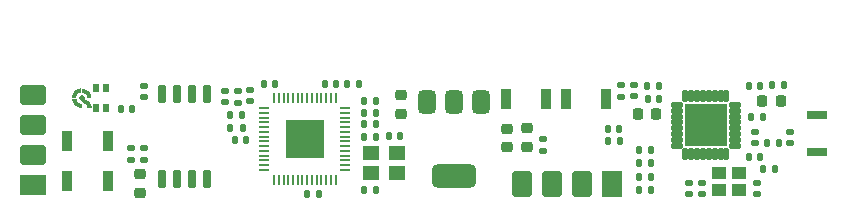
<source format=gbr>
%TF.GenerationSoftware,KiCad,Pcbnew,8.0.4*%
%TF.CreationDate,2024-09-10T00:37:34+02:00*%
%TF.ProjectId,ESP32_PICO_LED,45535033-325f-4504-9943-4f5f4c45442e,rev?*%
%TF.SameCoordinates,Original*%
%TF.FileFunction,Soldermask,Top*%
%TF.FilePolarity,Negative*%
%FSLAX46Y46*%
G04 Gerber Fmt 4.6, Leading zero omitted, Abs format (unit mm)*
G04 Created by KiCad (PCBNEW 8.0.4) date 2024-09-10 00:37:34*
%MOMM*%
%LPD*%
G01*
G04 APERTURE LIST*
G04 Aperture macros list*
%AMRoundRect*
0 Rectangle with rounded corners*
0 $1 Rounding radius*
0 $2 $3 $4 $5 $6 $7 $8 $9 X,Y pos of 4 corners*
0 Add a 4 corners polygon primitive as box body*
4,1,4,$2,$3,$4,$5,$6,$7,$8,$9,$2,$3,0*
0 Add four circle primitives for the rounded corners*
1,1,$1+$1,$2,$3*
1,1,$1+$1,$4,$5*
1,1,$1+$1,$6,$7*
1,1,$1+$1,$8,$9*
0 Add four rect primitives between the rounded corners*
20,1,$1+$1,$2,$3,$4,$5,0*
20,1,$1+$1,$4,$5,$6,$7,0*
20,1,$1+$1,$6,$7,$8,$9,0*
20,1,$1+$1,$8,$9,$2,$3,0*%
%AMFreePoly0*
4,1,48,0.445355,0.365355,0.460000,0.330000,0.460000,0.080000,0.445355,0.044645,0.425811,0.032566,0.395811,0.022566,0.388220,0.020680,0.330185,0.011007,0.297451,0.002824,0.262361,-0.014721,0.206394,-0.042704,0.172840,-0.067870,0.145355,-0.095355,0.100090,-0.140619,0.065404,-0.201320,0.038048,-0.274269,0.018809,-0.360847,-0.003156,-0.392183,-0.030000,-0.400000,-0.280000,-0.400000,
-0.315355,-0.385355,-0.330000,-0.350000,-0.329320,-0.341780,-0.299320,-0.161780,-0.296816,-0.152444,-0.266816,-0.072444,-0.264721,-0.067639,-0.244721,-0.027639,-0.240000,-0.020000,-0.210837,0.018884,-0.151603,0.107735,-0.145355,0.115355,-0.065355,0.195355,-0.061235,0.199043,-0.011235,0.239043,-0.005725,0.242875,0.044275,0.272875,0.047639,0.274721,0.127639,0.314721,0.130304,0.315957,
0.200304,0.345957,0.204189,0.347434,0.264189,0.367434,0.271780,0.369320,0.331780,0.379320,0.340000,0.380000,0.410000,0.380000,0.445355,0.365355,0.445355,0.365355,$1*%
%AMFreePoly1*
4,1,46,-0.054645,0.445355,-0.042566,0.425811,-0.032566,0.395811,-0.030680,0.388220,-0.021007,0.330185,-0.012824,0.297451,0.004721,0.262361,0.032704,0.206394,0.057870,0.172840,0.085355,0.145355,0.130619,0.100090,0.191320,0.065404,0.264269,0.038048,0.350847,0.018809,0.382183,-0.003156,0.390000,-0.030000,0.390000,-0.280000,0.375355,-0.315355,0.340000,-0.330000,0.331780,-0.329320,
0.151780,-0.299320,0.140304,-0.295957,0.070885,-0.266206,0.021430,-0.246424,0.010000,-0.240000,-0.028884,-0.210837,-0.117735,-0.151603,-0.125355,-0.145355,-0.205355,-0.065355,-0.209043,-0.061235,-0.249043,-0.011235,-0.252875,-0.005725,-0.282875,0.044275,-0.284721,0.047639,-0.324721,0.127639,-0.325957,0.130304,-0.355957,0.200304,-0.359320,0.211780,-0.368675,0.267914,-0.387434,0.324189,
-0.390000,0.340000,-0.390000,0.410000,-0.375355,0.445355,-0.340000,0.460000,-0.090000,0.460000,-0.054645,0.445355,-0.054645,0.445355,$1*%
%AMFreePoly2*
4,1,49,-0.331780,0.329320,-0.212320,0.309410,-0.142929,0.299497,-0.130304,0.295957,-0.060304,0.265957,-0.057639,0.264721,-0.017639,0.244721,-0.010000,0.240000,0.028884,0.210837,0.117735,0.151603,0.125355,0.145355,0.205355,0.065355,0.209043,0.061235,0.249043,0.011235,0.252875,0.005725,0.281550,-0.042066,0.310000,-0.080000,0.318507,-0.097873,0.327535,-0.133987,0.355957,-0.200304,
0.357434,-0.204189,0.377434,-0.264189,0.379320,-0.271780,0.389320,-0.331780,0.390000,-0.340000,0.390000,-0.410000,0.375355,-0.445355,0.340000,-0.460000,0.090000,-0.460000,0.054645,-0.445355,0.042566,-0.425811,0.032566,-0.395811,0.030680,-0.388220,0.021007,-0.330185,0.011493,-0.292127,0.003593,-0.260530,-0.030837,-0.208884,-0.057870,-0.172840,-0.085355,-0.145355,-0.130619,-0.100090,
-0.191320,-0.065404,-0.264886,-0.037817,-0.342127,-0.018507,-0.372875,0.004275,-0.379960,0.028002,-0.389960,0.278002,-0.376740,0.313914,-0.341998,0.329960,-0.331780,0.329320,-0.331780,0.329320,$1*%
%AMFreePoly3*
4,1,48,0.315355,0.375355,0.330000,0.340000,0.329320,0.331780,0.299320,0.151780,0.296816,0.142444,0.266816,0.062444,0.264721,0.057639,0.244721,0.017639,0.240000,0.010000,0.210837,-0.028884,0.151603,-0.117735,0.145355,-0.125355,0.065355,-0.205355,0.061235,-0.209043,0.011235,-0.249043,0.005725,-0.252875,-0.044275,-0.282875,-0.047639,-0.284721,-0.127639,-0.324721,-0.130304,-0.325957,
-0.200304,-0.355957,-0.204189,-0.357434,-0.264189,-0.377434,-0.271780,-0.379320,-0.331780,-0.389320,-0.340000,-0.390000,-0.410000,-0.390000,-0.445355,-0.375355,-0.460000,-0.340000,-0.460000,-0.090000,-0.445355,-0.054645,-0.425811,-0.042566,-0.395811,-0.032566,-0.388220,-0.030680,-0.330185,-0.021007,-0.297451,-0.012824,-0.262361,0.004721,-0.206394,0.032704,-0.172840,0.057870,-0.145355,0.085355,
-0.100090,0.130619,-0.065404,0.191320,-0.038048,0.264269,-0.018809,0.350847,0.003156,0.382183,0.030000,0.390000,0.280000,0.390000,0.315355,0.375355,0.315355,0.375355,$1*%
G04 Aperture macros list end*
%ADD10R,1.150000X1.000000*%
%ADD11R,0.900000X1.700000*%
%ADD12RoundRect,0.150000X0.150000X-0.650000X0.150000X0.650000X-0.150000X0.650000X-0.150000X-0.650000X0*%
%ADD13RoundRect,0.135000X-0.135000X-0.185000X0.135000X-0.185000X0.135000X0.185000X-0.135000X0.185000X0*%
%ADD14R,1.700000X2.200000*%
%ADD15RoundRect,0.300000X-0.550000X0.800000X-0.550000X-0.800000X0.550000X-0.800000X0.550000X0.800000X0*%
%ADD16RoundRect,0.218750X-0.256250X0.218750X-0.256250X-0.218750X0.256250X-0.218750X0.256250X0.218750X0*%
%ADD17RoundRect,0.135000X0.135000X0.185000X-0.135000X0.185000X-0.135000X-0.185000X0.135000X-0.185000X0*%
%ADD18RoundRect,0.218750X0.256250X-0.218750X0.256250X0.218750X-0.256250X0.218750X-0.256250X-0.218750X0*%
%ADD19RoundRect,0.135000X-0.185000X0.135000X-0.185000X-0.135000X0.185000X-0.135000X0.185000X0.135000X0*%
%ADD20RoundRect,0.140000X-0.140000X-0.170000X0.140000X-0.170000X0.140000X0.170000X-0.140000X0.170000X0*%
%ADD21C,0.500000*%
%ADD22R,0.530000X0.730000*%
%ADD23FreePoly0,270.000000*%
%ADD24FreePoly1,270.000000*%
%ADD25FreePoly2,270.000000*%
%ADD26FreePoly3,270.000000*%
%ADD27RoundRect,0.225000X0.225000X0.250000X-0.225000X0.250000X-0.225000X-0.250000X0.225000X-0.250000X0*%
%ADD28RoundRect,0.140000X0.170000X-0.140000X0.170000X0.140000X-0.170000X0.140000X-0.170000X-0.140000X0*%
%ADD29RoundRect,0.135000X0.185000X-0.135000X0.185000X0.135000X-0.185000X0.135000X-0.185000X-0.135000X0*%
%ADD30RoundRect,0.059250X0.447750X0.177750X-0.447750X0.177750X-0.447750X-0.177750X0.447750X-0.177750X0*%
%ADD31RoundRect,0.059250X0.177750X0.447750X-0.177750X0.447750X-0.177750X-0.447750X0.177750X-0.447750X0*%
%ADD32RoundRect,0.102000X1.700000X1.700000X-1.700000X1.700000X-1.700000X-1.700000X1.700000X-1.700000X0*%
%ADD33R,1.400000X1.200000*%
%ADD34R,2.200000X1.700000*%
%ADD35RoundRect,0.300000X0.800000X0.550000X-0.800000X0.550000X-0.800000X-0.550000X0.800000X-0.550000X0*%
%ADD36RoundRect,0.140000X0.140000X0.170000X-0.140000X0.170000X-0.140000X-0.170000X0.140000X-0.170000X0*%
%ADD37RoundRect,0.225000X-0.250000X0.225000X-0.250000X-0.225000X0.250000X-0.225000X0.250000X0.225000X0*%
%ADD38RoundRect,0.050000X0.050000X-0.387500X0.050000X0.387500X-0.050000X0.387500X-0.050000X-0.387500X0*%
%ADD39RoundRect,0.050000X0.387500X-0.050000X0.387500X0.050000X-0.387500X0.050000X-0.387500X-0.050000X0*%
%ADD40R,3.200000X3.200000*%
%ADD41RoundRect,0.147500X-0.147500X-0.172500X0.147500X-0.172500X0.147500X0.172500X-0.147500X0.172500X0*%
%ADD42RoundRect,0.218750X0.218750X0.256250X-0.218750X0.256250X-0.218750X-0.256250X0.218750X-0.256250X0*%
%ADD43RoundRect,0.225000X0.250000X-0.225000X0.250000X0.225000X-0.250000X0.225000X-0.250000X-0.225000X0*%
%ADD44RoundRect,0.147500X0.172500X-0.147500X0.172500X0.147500X-0.172500X0.147500X-0.172500X-0.147500X0*%
%ADD45RoundRect,0.375000X-0.375000X0.625000X-0.375000X-0.625000X0.375000X-0.625000X0.375000X0.625000X0*%
%ADD46RoundRect,0.500000X-1.400000X0.500000X-1.400000X-0.500000X1.400000X-0.500000X1.400000X0.500000X0*%
%ADD47R,1.660000X0.800000*%
%ADD48RoundRect,0.140000X-0.170000X0.140000X-0.170000X-0.140000X0.170000X-0.140000X0.170000X0.140000X0*%
G04 APERTURE END LIST*
D10*
%TO.C,Y2*%
X168425000Y-83800000D03*
X166675000Y-83800000D03*
X166675000Y-85200000D03*
X168425000Y-85200000D03*
%TD*%
D11*
%TO.C,SW1*%
X114950000Y-81100000D03*
X111550000Y-81100000D03*
%TD*%
D12*
%TO.C,U2*%
X119595000Y-84250000D03*
X120865000Y-84250000D03*
X122135000Y-84250000D03*
X123405000Y-84250000D03*
X123405000Y-77050000D03*
X122135000Y-77050000D03*
X120865000Y-77050000D03*
X119595000Y-77050000D03*
%TD*%
D13*
%TO.C,R1*%
X125355000Y-79950000D03*
X126375000Y-79950000D03*
%TD*%
D14*
%TO.C,J2*%
X157620000Y-84680000D03*
D15*
X155080000Y-84680000D03*
X152540000Y-84680000D03*
X150000000Y-84680000D03*
%TD*%
D16*
%TO.C,D1*%
X117700000Y-83862500D03*
X117700000Y-85437500D03*
%TD*%
D17*
%TO.C,R2*%
X136240000Y-76230000D03*
X135220000Y-76230000D03*
%TD*%
D18*
%TO.C,D2*%
X150450000Y-81587500D03*
X150450000Y-80012500D03*
%TD*%
D17*
%TO.C,R9*%
X158310000Y-81030000D03*
X157290000Y-81030000D03*
%TD*%
D19*
%TO.C,R3*%
X125950000Y-76815000D03*
X125950000Y-77835000D03*
%TD*%
D20*
%TO.C,C6*%
X136700000Y-77680000D03*
X137660000Y-77680000D03*
%TD*%
D21*
%TO.C,U1*%
X112757500Y-77460000D03*
D22*
X114837500Y-76620000D03*
X114007500Y-76620000D03*
D23*
X113187500Y-76980000D03*
D24*
X112277500Y-77040000D03*
D25*
X113237500Y-77880000D03*
D26*
X112337500Y-77940000D03*
D22*
X114007500Y-78300000D03*
X114837500Y-78300000D03*
%TD*%
D27*
%TO.C,C19*%
X161380000Y-78770000D03*
X159830000Y-78770000D03*
%TD*%
D20*
%TO.C,C17*%
X157310000Y-80020000D03*
X158270000Y-80020000D03*
%TD*%
D28*
%TO.C,C25*%
X165250000Y-85580000D03*
X165250000Y-84620000D03*
%TD*%
D13*
%TO.C,R17*%
X171240000Y-76350000D03*
X172260000Y-76350000D03*
%TD*%
D29*
%TO.C,R15*%
X158450000Y-77310000D03*
X158450000Y-76290000D03*
%TD*%
D28*
%TO.C,C21*%
X169800000Y-81250000D03*
X169800000Y-80290000D03*
%TD*%
D19*
%TO.C,R6*%
X116950000Y-81650000D03*
X116950000Y-82670000D03*
%TD*%
D20*
%TO.C,C9*%
X128180000Y-76230000D03*
X129140000Y-76230000D03*
%TD*%
%TO.C,C24*%
X169250000Y-82400000D03*
X170210000Y-82400000D03*
%TD*%
D28*
%TO.C,C14*%
X159550000Y-77280000D03*
X159550000Y-76320000D03*
%TD*%
D11*
%TO.C,SW3*%
X148700000Y-77475000D03*
X152100000Y-77475000D03*
%TD*%
D20*
%TO.C,C1*%
X136690000Y-78680000D03*
X137650000Y-78680000D03*
%TD*%
%TO.C,C3*%
X136690000Y-79670000D03*
X137650000Y-79670000D03*
%TD*%
D28*
%TO.C,C23*%
X169950000Y-85580000D03*
X169950000Y-84620000D03*
%TD*%
D30*
%TO.C,U5*%
X168050000Y-81500000D03*
X168050000Y-81000000D03*
X168050000Y-80500000D03*
X168050000Y-80000000D03*
X168050000Y-79500000D03*
X168050000Y-79000000D03*
X168050000Y-78500000D03*
X168050000Y-78000000D03*
D31*
X167350000Y-77300000D03*
X166850000Y-77300000D03*
X166350000Y-77300000D03*
X165850000Y-77300000D03*
X165350000Y-77300000D03*
X164850000Y-77300000D03*
X164350000Y-77300000D03*
X163850000Y-77300000D03*
D30*
X163150000Y-78000000D03*
X163150000Y-78500000D03*
X163150000Y-79000000D03*
X163150000Y-79500000D03*
X163150000Y-80000000D03*
X163150000Y-80500000D03*
X163150000Y-81000000D03*
X163150000Y-81500000D03*
D31*
X163850000Y-82200000D03*
X164350000Y-82200000D03*
X164850000Y-82200000D03*
X165350000Y-82200000D03*
X165850000Y-82200000D03*
X166350000Y-82200000D03*
X166850000Y-82200000D03*
X167350000Y-82200000D03*
D32*
X165600000Y-79750000D03*
%TD*%
D20*
%TO.C,C8*%
X136700000Y-85250000D03*
X137660000Y-85250000D03*
%TD*%
D33*
%TO.C,Y1*%
X137280000Y-83780000D03*
X139480000Y-83780000D03*
X139480000Y-82080000D03*
X137280000Y-82080000D03*
%TD*%
D13*
%TO.C,R8*%
X159940000Y-84125000D03*
X160960000Y-84125000D03*
%TD*%
D34*
%TO.C,J1*%
X108650000Y-84755000D03*
D35*
X108650000Y-82215000D03*
X108650000Y-79675000D03*
X108650000Y-77135000D03*
%TD*%
D36*
%TO.C,C4*%
X126670000Y-80970000D03*
X125710000Y-80970000D03*
%TD*%
D13*
%TO.C,R10*%
X159940000Y-85250000D03*
X160960000Y-85250000D03*
%TD*%
%TO.C,R11*%
X159950000Y-82975000D03*
X160970000Y-82975000D03*
%TD*%
D37*
%TO.C,C15*%
X139760000Y-77215000D03*
X139760000Y-78765000D03*
%TD*%
D28*
%TO.C,C7*%
X124925000Y-77805000D03*
X124925000Y-76845000D03*
%TD*%
D20*
%TO.C,C5*%
X133330000Y-76230000D03*
X134290000Y-76230000D03*
%TD*%
D38*
%TO.C,U3*%
X129050000Y-84337500D03*
X129450000Y-84337500D03*
X129850000Y-84337500D03*
X130250000Y-84337500D03*
X130650000Y-84337500D03*
X131050000Y-84337500D03*
X131450000Y-84337500D03*
X131850000Y-84337500D03*
X132250000Y-84337500D03*
X132650000Y-84337500D03*
X133050000Y-84337500D03*
X133450000Y-84337500D03*
X133850000Y-84337500D03*
X134250000Y-84337500D03*
D39*
X135087500Y-83500000D03*
X135087500Y-83100000D03*
X135087500Y-82700000D03*
X135087500Y-82300000D03*
X135087500Y-81900000D03*
X135087500Y-81500000D03*
X135087500Y-81100000D03*
X135087500Y-80700000D03*
X135087500Y-80300000D03*
X135087500Y-79900000D03*
X135087500Y-79500000D03*
X135087500Y-79100000D03*
X135087500Y-78700000D03*
X135087500Y-78300000D03*
D38*
X134250000Y-77462500D03*
X133850000Y-77462500D03*
X133450000Y-77462500D03*
X133050000Y-77462500D03*
X132650000Y-77462500D03*
X132250000Y-77462500D03*
X131850000Y-77462500D03*
X131450000Y-77462500D03*
X131050000Y-77462500D03*
X130650000Y-77462500D03*
X130250000Y-77462500D03*
X129850000Y-77462500D03*
X129450000Y-77462500D03*
X129050000Y-77462500D03*
D39*
X128212500Y-78300000D03*
X128212500Y-78700000D03*
X128212500Y-79100000D03*
X128212500Y-79500000D03*
X128212500Y-79900000D03*
X128212500Y-80300000D03*
X128212500Y-80700000D03*
X128212500Y-81100000D03*
X128212500Y-81500000D03*
X128212500Y-81900000D03*
X128212500Y-82300000D03*
X128212500Y-82700000D03*
X128212500Y-83100000D03*
X128212500Y-83500000D03*
D40*
X131650000Y-80900000D03*
%TD*%
D41*
%TO.C,L2*%
X170790000Y-81200000D03*
X171760000Y-81200000D03*
%TD*%
D20*
%TO.C,C20*%
X169260000Y-76400000D03*
X170220000Y-76400000D03*
%TD*%
D42*
%TO.C,D3*%
X171962500Y-77710000D03*
X170387500Y-77710000D03*
%TD*%
D36*
%TO.C,C16*%
X161650000Y-77500000D03*
X160690000Y-77500000D03*
%TD*%
D13*
%TO.C,R5*%
X125340000Y-78875000D03*
X126360000Y-78875000D03*
%TD*%
%TO.C,R12*%
X160640000Y-76400000D03*
X161660000Y-76400000D03*
%TD*%
D17*
%TO.C,R16*%
X170450000Y-79025000D03*
X169430000Y-79025000D03*
%TD*%
%TO.C,R4*%
X137700000Y-80700000D03*
X136680000Y-80700000D03*
%TD*%
D13*
%TO.C,R13*%
X159940000Y-81875000D03*
X160960000Y-81875000D03*
%TD*%
D28*
%TO.C,C22*%
X172750000Y-81230000D03*
X172750000Y-80270000D03*
%TD*%
D19*
%TO.C,R14*%
X151850000Y-80880000D03*
X151850000Y-81900000D03*
%TD*%
D28*
%TO.C,C2*%
X126975000Y-77705000D03*
X126975000Y-76745000D03*
%TD*%
D19*
%TO.C,R7*%
X118000000Y-81640000D03*
X118000000Y-82660000D03*
%TD*%
D36*
%TO.C,C10*%
X132830000Y-85600000D03*
X131870000Y-85600000D03*
%TD*%
D43*
%TO.C,C18*%
X148750000Y-81575000D03*
X148750000Y-80025000D03*
%TD*%
D20*
%TO.C,C11*%
X138750000Y-80670000D03*
X139710000Y-80670000D03*
%TD*%
%TO.C,C26*%
X170470000Y-83400000D03*
X171430000Y-83400000D03*
%TD*%
D44*
%TO.C,L1*%
X164150000Y-85585000D03*
X164150000Y-84615000D03*
%TD*%
D45*
%TO.C,U4*%
X146560000Y-77740000D03*
X144260000Y-77740000D03*
D46*
X144260000Y-84040000D03*
D45*
X141960000Y-77740000D03*
%TD*%
D20*
%TO.C,C12*%
X116080000Y-78360000D03*
X117040000Y-78360000D03*
%TD*%
D11*
%TO.C,SW4*%
X157175000Y-77475000D03*
X153775000Y-77475000D03*
%TD*%
D47*
%TO.C,AE1*%
X175050000Y-82000000D03*
X175050000Y-78900000D03*
%TD*%
D48*
%TO.C,C13*%
X118050000Y-76420000D03*
X118050000Y-77380000D03*
%TD*%
D11*
%TO.C,SW2*%
X114950000Y-84500000D03*
X111550000Y-84500000D03*
%TD*%
M02*

</source>
